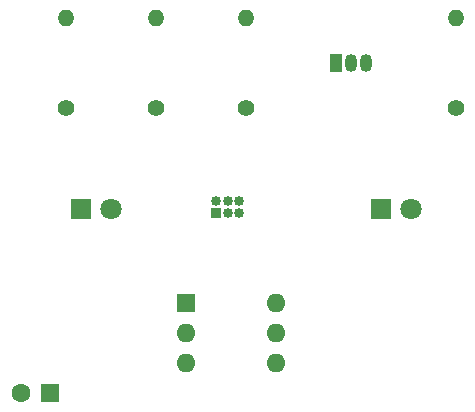
<source format=gbr>
%TF.GenerationSoftware,KiCad,Pcbnew,8.0.6*%
%TF.CreationDate,2025-05-05T14:00:36-04:00*%
%TF.ProjectId,blinkingLight,626c696e-6b69-46e6-974c-696768742e6b,rev?*%
%TF.SameCoordinates,Original*%
%TF.FileFunction,Soldermask,Bot*%
%TF.FilePolarity,Negative*%
%FSLAX46Y46*%
G04 Gerber Fmt 4.6, Leading zero omitted, Abs format (unit mm)*
G04 Created by KiCad (PCBNEW 8.0.6) date 2025-05-05 14:00:36*
%MOMM*%
%LPD*%
G01*
G04 APERTURE LIST*
%ADD10R,1.600000X1.600000*%
%ADD11C,1.600000*%
%ADD12C,1.400000*%
%ADD13O,1.400000X1.400000*%
%ADD14R,0.850000X0.850000*%
%ADD15O,0.850000X0.850000*%
%ADD16O,1.600000X1.600000*%
%ADD17R,1.800000X1.800000*%
%ADD18C,1.800000*%
%ADD19R,1.050000X1.500000*%
%ADD20O,1.050000X1.500000*%
G04 APERTURE END LIST*
D10*
%TO.C,C1*%
X110450000Y-116840000D03*
D11*
X107950000Y-116840000D03*
%TD*%
D12*
%TO.C,R4*%
X144780000Y-92710000D03*
D13*
X144780000Y-85090000D03*
%TD*%
D12*
%TO.C,R1*%
X111760000Y-92710000D03*
D13*
X111760000Y-85090000D03*
%TD*%
D12*
%TO.C,R2*%
X119380000Y-92710000D03*
D13*
X119380000Y-85090000D03*
%TD*%
%TO.C,R3*%
X127000000Y-85090000D03*
D12*
X127000000Y-92710000D03*
%TD*%
D14*
%TO.C,J1*%
X124460000Y-101600000D03*
D15*
X124460000Y-100600000D03*
X125460000Y-101600000D03*
X125460000Y-100600000D03*
X126460000Y-101600000D03*
X126460000Y-100600000D03*
%TD*%
D10*
%TO.C,U1*%
X121920000Y-109220000D03*
D16*
X121920000Y-111760000D03*
X121920000Y-114300000D03*
X129540000Y-114300000D03*
X129540000Y-111760000D03*
X129540000Y-109220000D03*
%TD*%
D17*
%TO.C,D1*%
X113050000Y-101305000D03*
D18*
X115590000Y-101305000D03*
%TD*%
D17*
%TO.C,D2*%
X138450000Y-101305000D03*
D18*
X140990000Y-101305000D03*
%TD*%
D19*
%TO.C,Q1*%
X134620000Y-88900000D03*
D20*
X135890000Y-88900000D03*
X137160000Y-88900000D03*
%TD*%
M02*

</source>
